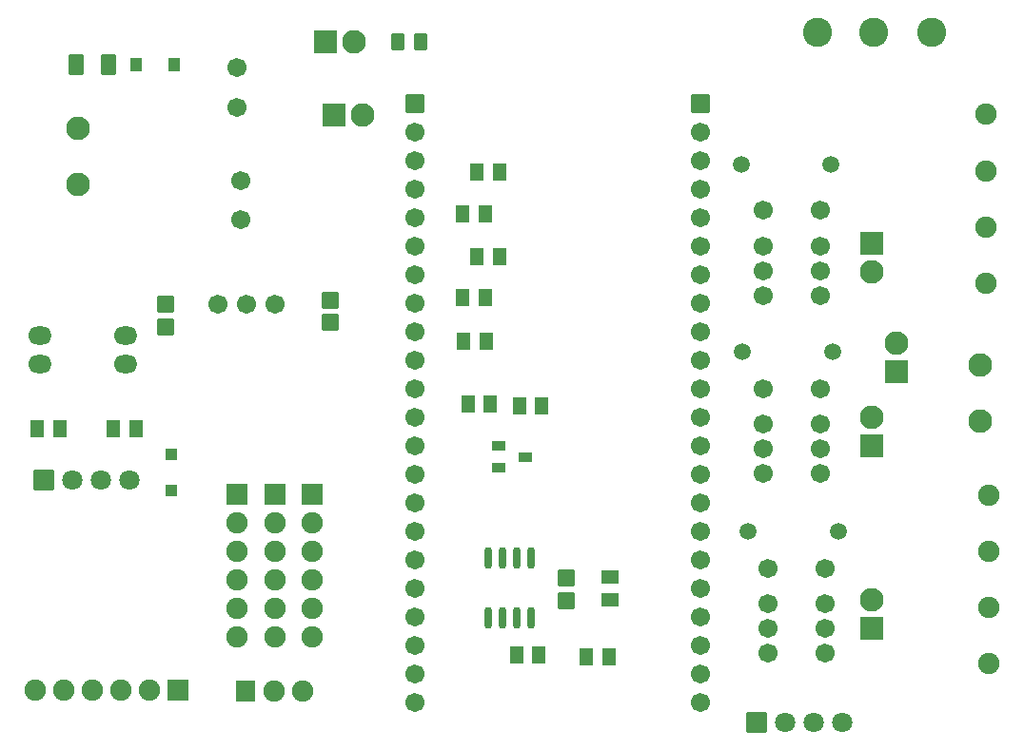
<source format=gts>
G04 Layer: TopSolderMaskLayer*
G04 EasyEDA Pro v2.2.45.4, 2026-01-10 08:56:26*
G04 Gerber Generator version 0.3*
G04 Scale: 100 percent, Rotated: No, Reflected: No*
G04 Dimensions in millimeters*
G04 Leading zeros omitted, absolute positions, 4 integers and 5 decimals*
G04 Generated by one-click*
%FSLAX45Y45*%
%MOMM*%
%AMRoundRect*1,1,$1,$2,$3*1,1,$1,$4,$5*1,1,$1,0-$2,0-$3*1,1,$1,0-$4,0-$5*20,1,$1,$2,$3,$4,$5,0*20,1,$1,$4,$5,0-$2,0-$3,0*20,1,$1,0-$2,0-$3,0-$4,0-$5,0*20,1,$1,0-$4,0-$5,$2,$3,0*4,1,4,$2,$3,$4,$5,0-$2,0-$3,0-$4,0-$5,$2,$3,0*%
%ADD10RoundRect,0.09495X-0.67833X-0.70833X-0.67833X0.70833*%
%ADD11RoundRect,0.09265X-0.47948X0.57948X0.47948X0.57948*%
%ADD12C,1.5*%
%ADD13RoundRect,0.09131X-0.50514X0.40514X0.50514X0.40514*%
%ADD14RoundRect,0.09419X-0.59875X0.8677X0.59875X0.8677*%
%ADD15RoundRect,0.09588X-0.80286X-0.80286X-0.80286X0.80286*%
%ADD16C,1.7035*%
%ADD17C,1.7016*%
%ADD18C,1.9016*%
%ADD19RoundRect,0.09645X-0.90257X-0.90257X-0.90257X0.90257*%
%ADD20RoundRect,0.09579X-0.7903X0.9029X0.7903X0.9029*%
%ADD21RoundRect,0.09691X-1.00234X1.00234X1.00234X1.00234*%
%ADD22C,2.1016*%
%ADD23RoundRect,0.09302X-0.50429X0.70406X0.50429X0.70406*%
%ADD24RoundRect,0.09387X-0.57013X0.69237X0.57013X0.69237*%
%ADD25RoundRect,0.09387X-0.69237X-0.57013X-0.69237X0.57013*%
%ADD26RoundRect,0.09691X-1.00234X-1.00234X-1.00234X1.00234*%
%ADD27O,2.1016X1.6256*%
%ADD28O,0.7316X1.9666*%
%ADD29RoundRect,0.09645X-0.90257X0.90257X0.90257X0.90257*%
%ADD30RoundRect,0.09618X-0.85271X0.85271X0.85271X0.85271*%
%ADD31C,1.8016*%
%ADD32RoundRect,0.09207X-0.48476X-0.44477X-0.48476X0.44477*%
%ADD33C,2.6016*%
G75*


G04 Pad Start*
G54D10*
G01X1714500Y-3062300D03*
G01X1714500Y-3262300D03*
G01X3182441Y-3023225D03*
G01X3182441Y-3223224D03*
G54D11*
G01X1456360Y-927100D03*
G01X1794840Y-927100D03*
G54D12*
G01X6902501Y-5080000D03*
G01X7702499Y-5080000D03*
G01X6851700Y-3479800D03*
G01X7651698Y-3479800D03*
G54D13*
G01X4685602Y-4514596D03*
G01X4915599Y-4419600D03*
G01X4685602Y-4324604D03*
G54D14*
G01X922299Y-927100D03*
G01X1211301Y-927100D03*
G54D15*
G01X3937000Y-1270000D03*
G54D17*
G01X3937000Y-1524000D03*
G01X3937000Y-1778000D03*
G01X3937000Y-2032000D03*
G01X3937000Y-2286000D03*
G01X3937000Y-2540000D03*
G01X3937000Y-2794000D03*
G01X3937000Y-3048000D03*
G01X3937000Y-3302000D03*
G01X3937000Y-3556000D03*
G01X3937000Y-3810000D03*
G01X3937000Y-4064000D03*
G01X3937000Y-4318000D03*
G01X3937000Y-4572000D03*
G01X3937000Y-4826000D03*
G01X3937000Y-5080000D03*
G01X3937000Y-5334000D03*
G01X3937000Y-5588000D03*
G01X3937000Y-5842000D03*
G01X3937000Y-6096000D03*
G01X3937000Y-6350000D03*
G01X3937000Y-6604000D03*
G54D15*
G01X6477000Y-1270000D03*
G54D17*
G01X6477000Y-1524000D03*
G01X6477000Y-1778000D03*
G01X6477000Y-2032000D03*
G01X6477000Y-2286000D03*
G01X6477000Y-2540000D03*
G01X6477000Y-2794000D03*
G01X6477000Y-3048000D03*
G01X6477000Y-3302000D03*
G01X6477000Y-3556000D03*
G01X6477000Y-3810000D03*
G01X6477000Y-4064000D03*
G01X6477000Y-4318000D03*
G01X6477000Y-4572000D03*
G01X6477000Y-4826000D03*
G01X6477000Y-5080000D03*
G01X6477000Y-5334000D03*
G01X6477000Y-5588000D03*
G01X6477000Y-5842000D03*
G01X6477000Y-6096000D03*
G01X6477000Y-6350000D03*
G01X6477000Y-6604000D03*
G54D18*
G01X2349500Y-6019800D03*
G01X2349500Y-5765800D03*
G01X2349500Y-5511800D03*
G01X2349500Y-5257800D03*
G01X2349500Y-5003800D03*
G54D19*
G01X2349500Y-4749800D03*
G54D18*
G01X3022600Y-6019800D03*
G01X3022600Y-5765800D03*
G01X3022600Y-5511800D03*
G01X3022600Y-5257800D03*
G01X3022600Y-5003800D03*
G54D19*
G01X3022600Y-4749800D03*
G54D18*
G01X2692400Y-6019800D03*
G01X2692400Y-5765800D03*
G01X2692400Y-5511800D03*
G01X2692400Y-5257800D03*
G01X2692400Y-5003800D03*
G54D19*
G01X2692400Y-4749800D03*
G54D18*
G01X2933700Y-6502400D03*
G01X2679700Y-6502400D03*
G54D20*
G01X2425700Y-6502400D03*
G54D21*
G01X3136900Y-723900D03*
G54D22*
G01X3390900Y-723900D03*
G54D23*
G01X3781171Y-723900D03*
G01X3991229Y-723900D03*
G54D24*
G01X4685843Y-1882028D03*
G01X4485843Y-1882028D03*
G01X4358843Y-2259102D03*
G01X4558843Y-2259102D03*
G01X4685843Y-2636176D03*
G01X4485843Y-2636176D03*
G54D25*
G01X5668616Y-5693799D03*
G01X5668616Y-5493799D03*
G54D24*
G01X5662600Y-6197600D03*
G01X5462600Y-6197600D03*
G01X4558843Y-3000550D03*
G01X4358843Y-3000550D03*
G01X4571543Y-3390323D03*
G01X4371543Y-3390323D03*
G01X5040300Y-6184900D03*
G01X4840300Y-6184900D03*
G01X779033Y-4165600D03*
G01X579034Y-4165600D03*
G01X1452966Y-4165600D03*
G01X1252967Y-4165600D03*
G01X4608500Y-3949700D03*
G01X4408500Y-3949700D03*
G01X4865700Y-3962400D03*
G01X5065700Y-3962400D03*
G54D21*
G01X3213100Y-1371600D03*
G54D22*
G01X3467100Y-1371600D03*
G54D26*
G01X8216900Y-3657600D03*
G54D22*
G01X8216900Y-3403600D03*
G54D17*
G01X2692400Y-3060700D03*
G01X2438400Y-3060700D03*
G01X2184400Y-3060700D03*
G54D27*
G01X1358900Y-3594100D03*
G01X1358900Y-3340100D03*
G01X596900Y-3594100D03*
G01X596900Y-3340100D03*
G54D28*
G01X4584700Y-5856249D03*
G01X4711700Y-5856249D03*
G01X4838700Y-5856249D03*
G01X4965700Y-5856249D03*
G01X4584700Y-5319751D03*
G01X4711700Y-5319751D03*
G01X4838700Y-5319751D03*
G01X4965700Y-5319751D03*
G54D10*
G01X5283200Y-5500700D03*
G01X5283200Y-5700700D03*
G54D17*
G01X7073900Y-5411216D03*
G01X7073900Y-5731256D03*
G01X7073900Y-5951220D03*
G01X7073900Y-6171184D03*
G01X7581900Y-6171184D03*
G01X7581900Y-5951220D03*
G01X7581900Y-5731256D03*
G01X7581900Y-5411216D03*
G01X7035800Y-3811016D03*
G01X7035800Y-4131056D03*
G01X7035800Y-4351020D03*
G01X7035800Y-4570984D03*
G01X7543800Y-4570984D03*
G01X7543800Y-4351020D03*
G01X7543800Y-4131056D03*
G01X7543800Y-3811016D03*
G01X7035801Y-2223516D03*
G01X7035801Y-2543556D03*
G01X7035801Y-2763520D03*
G01X7035801Y-2983484D03*
G01X7543801Y-2983484D03*
G01X7543801Y-2763520D03*
G01X7543801Y-2543556D03*
G01X7543801Y-2223516D03*
G54D18*
G01X557086Y-6500685D03*
G01X811086Y-6500685D03*
G01X1065086Y-6500685D03*
G01X1319086Y-6500685D03*
G01X1573086Y-6500685D03*
G54D29*
G01X1827086Y-6500685D03*
G54D17*
G01X2349503Y-955304D03*
G01X2349503Y-1305316D03*
G01X2387603Y-1958604D03*
G01X2387603Y-2308616D03*
G54D18*
G01X9017000Y-2870898D03*
G01X9017000Y-2370899D03*
G01X9017000Y-1870900D03*
G01X9017000Y-1370901D03*
G01X9042400Y-6261798D03*
G01X9042400Y-5761799D03*
G01X9042400Y-5261800D03*
G01X9042400Y-4761801D03*
G54D30*
G01X6972300Y-6781800D03*
G54D31*
G01X7226300Y-6781800D03*
G01X7480300Y-6781800D03*
G01X7734300Y-6781800D03*
G54D30*
G01X635000Y-4622800D03*
G54D31*
G01X889000Y-4622800D03*
G01X1143000Y-4622800D03*
G01X1397000Y-4622800D03*
G54D32*
G01X1765300Y-4720311D03*
G01X1765300Y-4398289D03*
G54D12*
G01X6839001Y-1816100D03*
G01X7638999Y-1816100D03*
G54D26*
G01X8001000Y-5943600D03*
G54D22*
G01X8001000Y-5689600D03*
G54D26*
G01X8001000Y-4318000D03*
G54D22*
G01X8001000Y-4064000D03*
G54D26*
G01X8001000Y-2514600D03*
G54D22*
G01X8001000Y-2768600D03*
G01X8966200Y-4098099D03*
G01X8966200Y-3598100D03*
G01X939800Y-1489900D03*
G01X939800Y-1989899D03*
G54D33*
G01X7520394Y-635000D03*
G01X8020393Y-635000D03*
G01X8532393Y-635000D03*
G04 Pad End*

M02*


</source>
